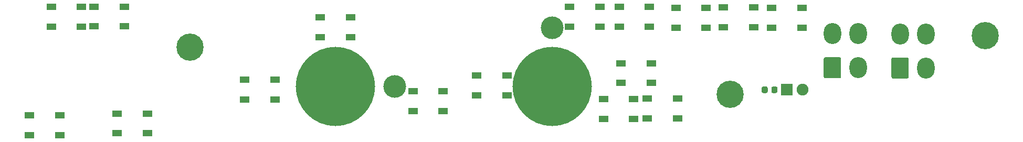
<source format=gbr>
%TF.GenerationSoftware,KiCad,Pcbnew,(5.1.6)-1*%
%TF.CreationDate,2021-08-25T12:57:47+10:00*%
%TF.ProjectId,HUD VID RCD Panel PCB V2,48554420-5649-4442-9052-43442050616e,rev?*%
%TF.SameCoordinates,Original*%
%TF.FileFunction,Soldermask,Top*%
%TF.FilePolarity,Negative*%
%FSLAX46Y46*%
G04 Gerber Fmt 4.6, Leading zero omitted, Abs format (unit mm)*
G04 Created by KiCad (PCBNEW (5.1.6)-1) date 2021-08-25 12:57:47*
%MOMM*%
%LPD*%
G01*
G04 APERTURE LIST*
%ADD10C,4.400000*%
%ADD11O,2.800000X3.400000*%
%ADD12C,12.800000*%
%ADD13C,3.672000*%
%ADD14C,1.900000*%
%ADD15R,1.900000X1.900000*%
%ADD16R,1.600000X1.100000*%
G04 APERTURE END LIST*
D10*
%TO.C,REF\u002A\u002A*%
X84074000Y-76073000D03*
%TD*%
%TO.C,REF\u002A\u002A*%
X171196000Y-83693000D03*
%TD*%
%TO.C,REF\u002A\u002A*%
X212344000Y-74168000D03*
%TD*%
D11*
%TO.C,J1*%
X202819000Y-73914000D03*
X198619000Y-73914000D03*
X202819000Y-79414000D03*
G36*
G01*
X197219000Y-80853600D02*
X197219000Y-77974400D01*
G75*
G02*
X197479400Y-77714000I260400J0D01*
G01*
X199758600Y-77714000D01*
G75*
G02*
X200019000Y-77974400I0J-260400D01*
G01*
X200019000Y-80853600D01*
G75*
G02*
X199758600Y-81114000I-260400J0D01*
G01*
X197479400Y-81114000D01*
G75*
G02*
X197219000Y-80853600I0J260400D01*
G01*
G37*
%TD*%
D12*
%TO.C,REF\u002A\u002A*%
X107569000Y-82423000D03*
X107569000Y-82423000D03*
D13*
X117094000Y-82423000D03*
%TD*%
D12*
%TO.C,REF\u002A\u002A*%
X142494000Y-82423000D03*
X142494000Y-82423000D03*
D13*
X142494000Y-72898000D03*
%TD*%
%TO.C,R1*%
G36*
G01*
X177272000Y-82649750D02*
X177272000Y-83212250D01*
G75*
G02*
X177028250Y-83456000I-243750J0D01*
G01*
X176540750Y-83456000D01*
G75*
G02*
X176297000Y-83212250I0J243750D01*
G01*
X176297000Y-82649750D01*
G75*
G02*
X176540750Y-82406000I243750J0D01*
G01*
X177028250Y-82406000D01*
G75*
G02*
X177272000Y-82649750I0J-243750D01*
G01*
G37*
G36*
G01*
X178847000Y-82649750D02*
X178847000Y-83212250D01*
G75*
G02*
X178603250Y-83456000I-243750J0D01*
G01*
X178115750Y-83456000D01*
G75*
G02*
X177872000Y-83212250I0J243750D01*
G01*
X177872000Y-82649750D01*
G75*
G02*
X178115750Y-82406000I243750J0D01*
G01*
X178603250Y-82406000D01*
G75*
G02*
X178847000Y-82649750I0J-243750D01*
G01*
G37*
%TD*%
D11*
%TO.C,J2*%
X191906000Y-73875000D03*
X187706000Y-73875000D03*
X191906000Y-79375000D03*
G36*
G01*
X186306000Y-80814600D02*
X186306000Y-77935400D01*
G75*
G02*
X186566400Y-77675000I260400J0D01*
G01*
X188845600Y-77675000D01*
G75*
G02*
X189106000Y-77935400I0J-260400D01*
G01*
X189106000Y-80814600D01*
G75*
G02*
X188845600Y-81075000I-260400J0D01*
G01*
X186566400Y-81075000D01*
G75*
G02*
X186306000Y-80814600I0J260400D01*
G01*
G37*
%TD*%
D14*
%TO.C,D17*%
X182880000Y-82931000D03*
D15*
X180340000Y-82931000D03*
%TD*%
D16*
%TO.C,D16*%
X177890000Y-69672400D03*
X177890000Y-72872400D03*
X182790000Y-69672400D03*
X182790000Y-72872400D03*
%TD*%
%TO.C,D15*%
X170129000Y-69646800D03*
X170129000Y-72846800D03*
X175029000Y-69646800D03*
X175029000Y-72846800D03*
%TD*%
%TO.C,D14*%
X162447000Y-69723200D03*
X162447000Y-72923200D03*
X167347000Y-69723200D03*
X167347000Y-72923200D03*
%TD*%
%TO.C,D13*%
X153303000Y-69520000D03*
X153303000Y-72720000D03*
X158203000Y-69520000D03*
X158203000Y-72720000D03*
%TD*%
%TO.C,D12*%
X145276000Y-69520000D03*
X145276000Y-72720000D03*
X150176000Y-69520000D03*
X150176000Y-72720000D03*
%TD*%
%TO.C,D11*%
X157812000Y-84378800D03*
X157812000Y-87578800D03*
X162712000Y-84378800D03*
X162712000Y-87578800D03*
%TD*%
%TO.C,D10*%
X150763000Y-84404400D03*
X150763000Y-87604400D03*
X155663000Y-84404400D03*
X155663000Y-87604400D03*
%TD*%
%TO.C,D9*%
X153596000Y-78638800D03*
X153596000Y-81838800D03*
X158496000Y-78638800D03*
X158496000Y-81838800D03*
%TD*%
%TO.C,D8*%
X130302000Y-80619600D03*
X130302000Y-83819600D03*
X135202000Y-80619600D03*
X135202000Y-83819600D03*
%TD*%
%TO.C,D7*%
X120029000Y-83134400D03*
X120029000Y-86334400D03*
X124929000Y-83134400D03*
X124929000Y-86334400D03*
%TD*%
%TO.C,D6*%
X105105000Y-71221600D03*
X105105000Y-74421600D03*
X110005000Y-71221600D03*
X110005000Y-74421600D03*
%TD*%
%TO.C,D5*%
X92862400Y-81280000D03*
X92862400Y-84480000D03*
X97762400Y-81280000D03*
X97762400Y-84480000D03*
%TD*%
%TO.C,D4*%
X72316000Y-86766400D03*
X72316000Y-89966400D03*
X77216000Y-86766400D03*
X77216000Y-89966400D03*
%TD*%
%TO.C,D3*%
X68607600Y-69494400D03*
X68607600Y-72694400D03*
X73507600Y-69494400D03*
X73507600Y-72694400D03*
%TD*%
%TO.C,D2*%
X61698800Y-69545200D03*
X61698800Y-72745200D03*
X66598800Y-69545200D03*
X66598800Y-72745200D03*
%TD*%
%TO.C,D1*%
X58166000Y-87071200D03*
X58166000Y-90271200D03*
X63066000Y-87071200D03*
X63066000Y-90271200D03*
%TD*%
M02*

</source>
